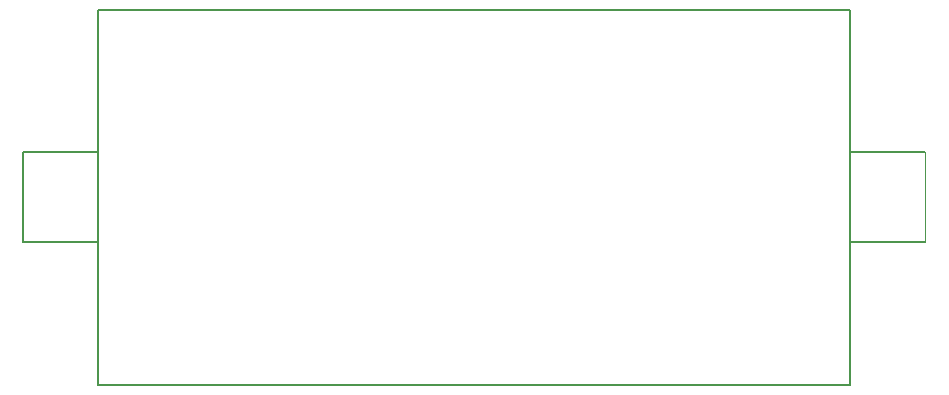
<source format=gbo>
G04 Layer_Color=32896*
%FSLAX43Y43*%
%MOMM*%
G71*
G01*
G75*
%ADD34C,0.152*%
%ADD50C,0.025*%
D34*
X-51Y381D02*
Y32131D01*
X-63703D02*
X-51D01*
X-63703Y381D02*
X-51D01*
X-63703D02*
Y32131D01*
X-51Y20066D02*
X6299D01*
X-51Y12446D02*
X6299D01*
X-70053D02*
X-63703D01*
X-70053Y20066D02*
X-63703D01*
X-70053Y12446D02*
Y20066D01*
D50*
X6299Y12446D02*
Y20066D01*
M02*

</source>
